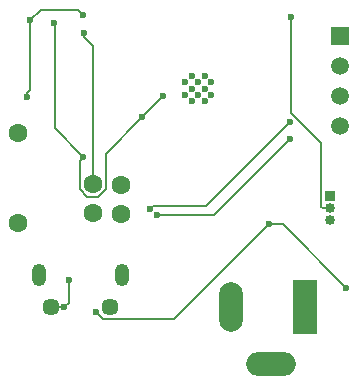
<source format=gbr>
%TF.GenerationSoftware,KiCad,Pcbnew,8.0.6*%
%TF.CreationDate,2025-07-13T00:12:13+05:30*%
%TF.ProjectId,Plant,506c616e-742e-46b6-9963-61645f706362,rev?*%
%TF.SameCoordinates,Original*%
%TF.FileFunction,Copper,L2,Bot*%
%TF.FilePolarity,Positive*%
%FSLAX46Y46*%
G04 Gerber Fmt 4.6, Leading zero omitted, Abs format (unit mm)*
G04 Created by KiCad (PCBNEW 8.0.6) date 2025-07-13 00:12:13*
%MOMM*%
%LPD*%
G01*
G04 APERTURE LIST*
%TA.AperFunction,ComponentPad*%
%ADD10C,1.600000*%
%TD*%
%TA.AperFunction,ComponentPad*%
%ADD11R,2.000000X4.600000*%
%TD*%
%TA.AperFunction,ComponentPad*%
%ADD12O,2.000000X4.200000*%
%TD*%
%TA.AperFunction,ComponentPad*%
%ADD13O,4.200000X2.000000*%
%TD*%
%TA.AperFunction,ComponentPad*%
%ADD14R,1.500000X1.500000*%
%TD*%
%TA.AperFunction,ComponentPad*%
%ADD15C,1.500000*%
%TD*%
%TA.AperFunction,ComponentPad*%
%ADD16R,0.850000X0.850000*%
%TD*%
%TA.AperFunction,ComponentPad*%
%ADD17O,0.850000X0.850000*%
%TD*%
%TA.AperFunction,HeatsinkPad*%
%ADD18C,0.600000*%
%TD*%
%TA.AperFunction,ComponentPad*%
%ADD19O,1.200000X1.900000*%
%TD*%
%TA.AperFunction,ComponentPad*%
%ADD20C,1.450000*%
%TD*%
%TA.AperFunction,ViaPad*%
%ADD21C,0.600000*%
%TD*%
%TA.AperFunction,Conductor*%
%ADD22C,0.200000*%
%TD*%
G04 APERTURE END LIST*
D10*
%TO.P,C1,1*%
%TO.N,Net-(U4-IO9)*%
X125780800Y-86349200D03*
%TO.P,C1,2*%
%TO.N,Net-(U5-~{RTS})*%
X125780800Y-88849200D03*
%TD*%
D11*
%TO.P,J3,1*%
%TO.N,Net-(D1-A)*%
X141406200Y-96723800D03*
D12*
%TO.P,J3,2*%
%TO.N,Net-(J1-GND)*%
X135106200Y-96723800D03*
D13*
%TO.P,J3,3*%
%TO.N,N/C*%
X138506200Y-101523800D03*
%TD*%
D10*
%TO.P,R2,1*%
%TO.N,Net-(U4-IO1)*%
X117068600Y-81960400D03*
%TO.P,R2,2*%
%TO.N,Net-(R1-Pad1)*%
X117068600Y-89560400D03*
%TD*%
%TO.P,C2,1*%
%TO.N,Net-(U5-~{DTR})*%
X123393200Y-88773000D03*
%TO.P,C2,2*%
%TO.N,Net-(U4-EN)*%
X123393200Y-86273000D03*
%TD*%
D14*
%TO.P,U3,1,VDD*%
%TO.N,Net-(J2-Pin_1)*%
X144373600Y-73736200D03*
D15*
%TO.P,U3,2,DATA*%
%TO.N,Net-(U3-DATA)*%
X144373600Y-76276200D03*
%TO.P,U3,3,NC*%
%TO.N,unconnected-(U3-NC-Pad3)*%
X144373600Y-78816200D03*
%TO.P,U3,4,GND*%
%TO.N,Net-(J1-GND)*%
X144373600Y-81356200D03*
%TD*%
D16*
%TO.P,J2,1,Pin_1*%
%TO.N,Net-(J2-Pin_1)*%
X143481200Y-87315800D03*
D17*
%TO.P,J2,2,Pin_2*%
%TO.N,Net-(J2-Pin_2)*%
X143481200Y-88315800D03*
%TO.P,J2,3,Pin_3*%
%TO.N,Net-(J1-GND)*%
X143481200Y-89315800D03*
%TD*%
D18*
%TO.P,U4,19,GND*%
%TO.N,Net-(J1-GND)*%
X131217600Y-77648600D03*
X131217600Y-78748600D03*
X131767600Y-77098600D03*
X131767600Y-78198600D03*
X131767600Y-79298600D03*
X132317600Y-77648600D03*
X132317600Y-78748600D03*
X132867600Y-77098600D03*
X132867600Y-78198600D03*
X132867600Y-79298600D03*
X133417600Y-77648600D03*
X133417600Y-78748600D03*
%TD*%
D19*
%TO.P,J1,6,Shield*%
%TO.N,Net-(J1-GND)*%
X125835800Y-94030800D03*
D20*
X124835800Y-96730800D03*
X119835800Y-96730800D03*
D19*
X118835800Y-94030800D03*
%TD*%
D21*
%TO.N,Net-(U4-EN)*%
X122631200Y-73482200D03*
%TO.N,Net-(J2-Pin_1)*%
X118084600Y-72440800D03*
X117830600Y-78917800D03*
X122607600Y-71998600D03*
%TO.N,Net-(J1-GND)*%
X127584200Y-80619600D03*
X120985798Y-96730800D03*
X121361200Y-94386400D03*
X120116600Y-72618600D03*
X122607600Y-83998600D03*
X129353558Y-78850242D03*
%TO.N,Net-(J2-Pin_2)*%
X140208000Y-72148600D03*
%TO.N,Net-(U4-IO20{slash}RXD)*%
X128857237Y-88937923D03*
X140107600Y-82498600D03*
%TO.N,Net-(U4-IO21{slash}TXD)*%
X140107600Y-80998600D03*
X128258094Y-88407799D03*
%TO.N,Net-(D1-K)*%
X123686887Y-97155800D03*
X138328400Y-89680000D03*
X144881600Y-95072200D03*
%TD*%
D22*
%TO.N,Net-(U4-EN)*%
X122631200Y-73482200D02*
X122631200Y-73837800D01*
X123393200Y-74599800D02*
X123393200Y-86273000D01*
X122631200Y-73837800D02*
X123393200Y-74599800D01*
%TO.N,Net-(J2-Pin_1)*%
X118084600Y-78359000D02*
X118084600Y-72440800D01*
X118999000Y-71526400D02*
X122135400Y-71526400D01*
X118084600Y-72440800D02*
X118999000Y-71526400D01*
X122135400Y-71526400D02*
X122607600Y-71998600D01*
X117830600Y-78917800D02*
X117830600Y-78613000D01*
X117830600Y-78613000D02*
X118084600Y-78359000D01*
%TO.N,Net-(J1-GND)*%
X120116600Y-72618600D02*
X120192800Y-72694800D01*
X123848835Y-87373000D02*
X122937565Y-87373000D01*
X120192800Y-72694800D02*
X120192800Y-81583800D01*
X120192800Y-81583800D02*
X122607600Y-83998600D01*
X119835800Y-96730800D02*
X120985798Y-96730800D01*
X124493200Y-83710600D02*
X124493200Y-86728635D01*
X121361200Y-94386400D02*
X121361200Y-96355398D01*
X129353558Y-78850242D02*
X127584200Y-80619600D01*
X122937565Y-87373000D02*
X122293200Y-86728635D01*
X124493200Y-86728635D02*
X123848835Y-87373000D01*
X127584200Y-80619600D02*
X124493200Y-83710600D01*
X122293200Y-84313000D02*
X122607600Y-83998600D01*
X121361200Y-96355398D02*
X120985798Y-96730800D01*
X122293200Y-86728635D02*
X122293200Y-84313000D01*
%TO.N,Net-(J2-Pin_2)*%
X142756200Y-88191840D02*
X142880160Y-88315800D01*
X140208000Y-72148600D02*
X140208000Y-80250471D01*
X142880160Y-88315800D02*
X143481200Y-88315800D01*
X142756200Y-82798671D02*
X142756200Y-88191840D01*
X140208000Y-80250471D02*
X142756200Y-82798671D01*
%TO.N,Net-(U4-IO20{slash}RXD)*%
X133668277Y-88937923D02*
X140107600Y-82498600D01*
X128857237Y-88937923D02*
X133668277Y-88937923D01*
%TO.N,Net-(U4-IO21{slash}TXD)*%
X128258094Y-88407799D02*
X128527893Y-88138000D01*
X132968200Y-88138000D02*
X140107600Y-80998600D01*
X128527893Y-88138000D02*
X132968200Y-88138000D01*
%TO.N,Net-(D1-K)*%
X139489400Y-89680000D02*
X138328400Y-89680000D01*
X138328400Y-89680000D02*
X130252600Y-97755800D01*
X144881600Y-95072200D02*
X139489400Y-89680000D01*
X124286887Y-97755800D02*
X123686887Y-97155800D01*
X130252600Y-97755800D02*
X124286887Y-97755800D01*
%TD*%
M02*

</source>
